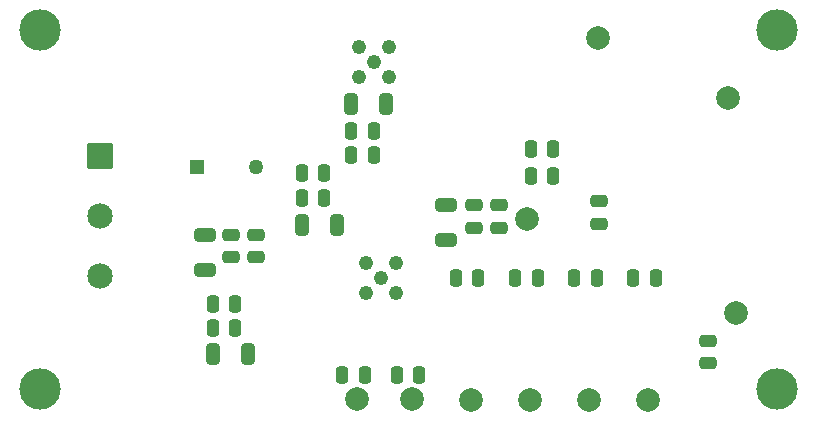
<source format=gbs>
G04 #@! TF.GenerationSoftware,KiCad,Pcbnew,8.0.2-8.0.2-0~ubuntu22.04.1*
G04 #@! TF.CreationDate,2024-06-03T16:53:05-05:00*
G04 #@! TF.ProjectId,peak-holder,7065616b-2d68-46f6-9c64-65722e6b6963,rev?*
G04 #@! TF.SameCoordinates,Original*
G04 #@! TF.FileFunction,Soldermask,Bot*
G04 #@! TF.FilePolarity,Negative*
%FSLAX46Y46*%
G04 Gerber Fmt 4.6, Leading zero omitted, Abs format (unit mm)*
G04 Created by KiCad (PCBNEW 8.0.2-8.0.2-0~ubuntu22.04.1) date 2024-06-03 16:53:05*
%MOMM*%
%LPD*%
G01*
G04 APERTURE LIST*
G04 Aperture macros list*
%AMRoundRect*
0 Rectangle with rounded corners*
0 $1 Rounding radius*
0 $2 $3 $4 $5 $6 $7 $8 $9 X,Y pos of 4 corners*
0 Add a 4 corners polygon primitive as box body*
4,1,4,$2,$3,$4,$5,$6,$7,$8,$9,$2,$3,0*
0 Add four circle primitives for the rounded corners*
1,1,$1+$1,$2,$3*
1,1,$1+$1,$4,$5*
1,1,$1+$1,$6,$7*
1,1,$1+$1,$8,$9*
0 Add four rect primitives between the rounded corners*
20,1,$1+$1,$2,$3,$4,$5,0*
20,1,$1+$1,$4,$5,$6,$7,0*
20,1,$1+$1,$6,$7,$8,$9,0*
20,1,$1+$1,$8,$9,$2,$3,0*%
G04 Aperture macros list end*
%ADD10C,3.500000*%
%ADD11C,2.000000*%
%ADD12RoundRect,0.102000X-0.975000X0.975000X-0.975000X-0.975000X0.975000X-0.975000X0.975000X0.975000X0*%
%ADD13C,2.154000*%
%ADD14C,1.240000*%
%ADD15R,1.270000X1.270000*%
%ADD16C,1.270000*%
%ADD17RoundRect,0.250000X0.250000X0.475000X-0.250000X0.475000X-0.250000X-0.475000X0.250000X-0.475000X0*%
%ADD18RoundRect,0.250000X-0.650000X0.325000X-0.650000X-0.325000X0.650000X-0.325000X0.650000X0.325000X0*%
%ADD19RoundRect,0.250000X-0.250000X-0.475000X0.250000X-0.475000X0.250000X0.475000X-0.250000X0.475000X0*%
%ADD20RoundRect,0.250000X0.475000X-0.250000X0.475000X0.250000X-0.475000X0.250000X-0.475000X-0.250000X0*%
%ADD21RoundRect,0.250000X-0.325000X-0.650000X0.325000X-0.650000X0.325000X0.650000X-0.325000X0.650000X0*%
%ADD22RoundRect,0.250000X-0.475000X0.250000X-0.475000X-0.250000X0.475000X-0.250000X0.475000X0.250000X0*%
%ADD23RoundRect,0.250000X0.650000X-0.325000X0.650000X0.325000X-0.650000X0.325000X-0.650000X-0.325000X0*%
G04 APERTURE END LIST*
D10*
X56800000Y-38800000D03*
D11*
X108250000Y-70100000D03*
D12*
X61900000Y-49420000D03*
D13*
X61900000Y-54500000D03*
X61900000Y-59580000D03*
D11*
X98000000Y-54750000D03*
D10*
X56800000Y-69200000D03*
D14*
X85700000Y-59770000D03*
X86970000Y-61040000D03*
X86970000Y-58500000D03*
X84430000Y-61040000D03*
X84430000Y-58500000D03*
D10*
X119200000Y-38800000D03*
D11*
X104000000Y-39400000D03*
X115700000Y-62700000D03*
X115000000Y-44500000D03*
D15*
X70060000Y-50370001D03*
D16*
X75060000Y-50370001D03*
D11*
X93250000Y-70100000D03*
X88250000Y-69975000D03*
D14*
X85060000Y-41470000D03*
X83790000Y-40200000D03*
X83790000Y-42740000D03*
X86330000Y-40200000D03*
X86330000Y-42740000D03*
D11*
X103250000Y-70100000D03*
D10*
X119200000Y-69200000D03*
D11*
X83625000Y-70000000D03*
X98250000Y-70100000D03*
D17*
X108911051Y-59750000D03*
X107011051Y-59750000D03*
D18*
X70760000Y-56120001D03*
X70760000Y-59070001D03*
D19*
X71410000Y-61955001D03*
X73310000Y-61955001D03*
X83160000Y-47300001D03*
X85060000Y-47300001D03*
X78960000Y-52970001D03*
X80860000Y-52970001D03*
X83160000Y-49370001D03*
X85060000Y-49370001D03*
D20*
X104106249Y-55150000D03*
X104106249Y-53250000D03*
D21*
X71410000Y-66155001D03*
X74360000Y-66155001D03*
D19*
X78960000Y-50857501D03*
X80860000Y-50857501D03*
X98349150Y-51116700D03*
X100249150Y-51116700D03*
D21*
X83160000Y-45055001D03*
X86110000Y-45055001D03*
D17*
X103911051Y-59750000D03*
X102011051Y-59750000D03*
D22*
X75060000Y-56120001D03*
X75060000Y-58020001D03*
D19*
X71410000Y-63970001D03*
X73310000Y-63970001D03*
D20*
X93518950Y-55500000D03*
X93518950Y-53600000D03*
D17*
X98911051Y-59750000D03*
X97011051Y-59750000D03*
D19*
X82384800Y-67981200D03*
X84284800Y-67981200D03*
X86984800Y-68000000D03*
X88884800Y-68000000D03*
D21*
X78960000Y-55257501D03*
X81910000Y-55257501D03*
D22*
X113349999Y-65088949D03*
X113349999Y-66988949D03*
D17*
X93911051Y-59750000D03*
X92011051Y-59750000D03*
D23*
X91183950Y-56550000D03*
X91183950Y-53600000D03*
D20*
X95683950Y-55500000D03*
X95683950Y-53600000D03*
D22*
X72995000Y-56120001D03*
X72995000Y-58020001D03*
D17*
X100249150Y-48865400D03*
X98349150Y-48865400D03*
M02*

</source>
